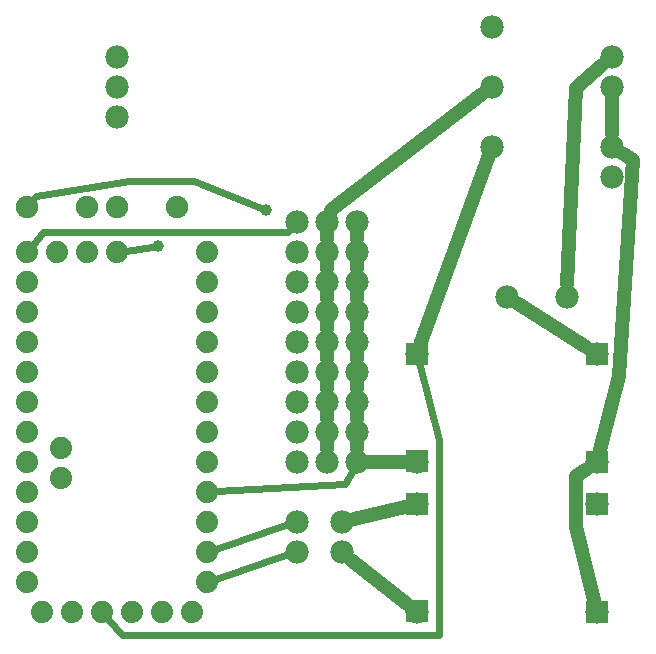
<source format=gbl>
G04 MADE WITH FRITZING*
G04 WWW.FRITZING.ORG*
G04 DOUBLE SIDED*
G04 HOLES PLATED*
G04 CONTOUR ON CENTER OF CONTOUR VECTOR*
%ASAXBY*%
%FSLAX23Y23*%
%MOIN*%
%OFA0B0*%
%SFA1.0B1.0*%
%ADD10C,0.078000*%
%ADD11C,0.074000*%
%ADD12C,0.075000*%
%ADD13C,0.039370*%
%ADD14R,0.077630X0.077806*%
%ADD15C,0.048000*%
%ADD16C,0.024000*%
%LNCOPPER0*%
G90*
G70*
G54D10*
X1027Y1431D03*
X1127Y1431D03*
X1227Y1431D03*
X1027Y1331D03*
X1127Y1331D03*
X1227Y1331D03*
X1027Y1231D03*
X1127Y1231D03*
X1227Y1231D03*
X1027Y1131D03*
X1127Y1131D03*
X1227Y1131D03*
X1027Y1031D03*
X1127Y1031D03*
X1227Y1031D03*
X1027Y931D03*
X1127Y931D03*
X1227Y931D03*
X1027Y831D03*
X1127Y831D03*
X1227Y831D03*
X1027Y731D03*
X1127Y731D03*
X1227Y731D03*
X1027Y631D03*
X1127Y631D03*
X1227Y631D03*
G54D11*
X677Y131D03*
X577Y131D03*
X477Y131D03*
X377Y131D03*
X277Y131D03*
X177Y131D03*
X242Y676D03*
X242Y576D03*
X327Y1331D03*
X227Y1331D03*
X127Y231D03*
X127Y331D03*
X127Y431D03*
X127Y531D03*
X127Y631D03*
X127Y731D03*
X127Y831D03*
X127Y931D03*
X127Y1031D03*
X127Y1131D03*
X127Y1231D03*
X127Y1331D03*
X727Y1331D03*
X727Y1231D03*
X727Y1131D03*
X727Y1031D03*
X727Y931D03*
X727Y831D03*
X727Y731D03*
X727Y631D03*
X727Y531D03*
X727Y431D03*
X727Y331D03*
X727Y231D03*
X427Y1331D03*
G54D10*
X2027Y131D03*
X2027Y491D03*
X1427Y491D03*
X1427Y131D03*
X2027Y631D03*
X2027Y991D03*
X1427Y991D03*
X1427Y631D03*
X1677Y2081D03*
X1677Y1881D03*
X1677Y1681D03*
X427Y1981D03*
X427Y1881D03*
X427Y1781D03*
X2077Y1881D03*
X2077Y1981D03*
X1927Y1181D03*
X1727Y1181D03*
X2077Y1681D03*
X2077Y1581D03*
G54D12*
X127Y1481D03*
X327Y1481D03*
X427Y1481D03*
X627Y1481D03*
G54D13*
X564Y1350D03*
X924Y1470D03*
G54D10*
X1027Y331D03*
X1027Y331D03*
X1027Y431D03*
X1177Y431D03*
X1177Y431D03*
X1177Y331D03*
G54D14*
X1427Y491D03*
X1427Y132D03*
X2027Y131D03*
X2027Y491D03*
X1427Y991D03*
X1427Y632D03*
X2027Y631D03*
X2027Y991D03*
G54D15*
X1127Y772D02*
X1127Y790D01*
D02*
X1127Y690D02*
X1127Y672D01*
D02*
X1227Y1190D02*
X1227Y1172D01*
D02*
X1217Y441D02*
X1387Y481D01*
D02*
X1209Y305D02*
X1394Y157D01*
G54D16*
D02*
X998Y322D02*
X756Y241D01*
G54D15*
D02*
X2045Y1954D02*
X1956Y1878D01*
D02*
X1956Y1878D02*
X1928Y1222D01*
G54D16*
D02*
X998Y422D02*
X756Y341D01*
D02*
X146Y1355D02*
X180Y1398D01*
D02*
X180Y1398D02*
X996Y1398D01*
D02*
X996Y1398D02*
X1006Y1409D01*
G54D15*
D02*
X1127Y890D02*
X1127Y872D01*
D02*
X1127Y990D02*
X1127Y972D01*
D02*
X1127Y1090D02*
X1127Y1072D01*
D02*
X1127Y1190D02*
X1127Y1172D01*
D02*
X1127Y1290D02*
X1127Y1272D01*
D02*
X1127Y1390D02*
X1127Y1372D01*
D02*
X1644Y1856D02*
X1140Y1470D01*
D02*
X1140Y1470D02*
X1140Y1470D01*
D02*
X2077Y1840D02*
X2077Y1722D01*
D02*
X2037Y671D02*
X2100Y918D01*
D02*
X2100Y918D02*
X2148Y1638D01*
D02*
X2148Y1638D02*
X2112Y1660D01*
D02*
X2017Y171D02*
X1956Y414D01*
D02*
X1956Y414D02*
X1956Y582D01*
D02*
X1956Y582D02*
X1993Y607D01*
D02*
X1227Y690D02*
X1227Y672D01*
D02*
X1227Y790D02*
X1227Y772D01*
D02*
X1227Y890D02*
X1227Y872D01*
D02*
X1227Y990D02*
X1227Y972D01*
D02*
X1227Y1090D02*
X1227Y1072D01*
D02*
X1227Y1290D02*
X1227Y1272D01*
D02*
X1227Y1390D02*
X1227Y1372D01*
D02*
X1385Y631D02*
X1268Y631D01*
G54D16*
D02*
X758Y533D02*
X1188Y558D01*
D02*
X1188Y558D02*
X1213Y604D01*
D02*
X545Y1347D02*
X457Y1335D01*
G54D15*
D02*
X1761Y1159D02*
X1992Y1013D01*
G54D16*
D02*
X145Y1503D02*
X156Y1518D01*
D02*
X156Y1518D02*
X468Y1566D01*
D02*
X468Y1566D02*
X684Y1566D01*
D02*
X684Y1566D02*
X907Y1477D01*
G54D15*
D02*
X1663Y1642D02*
X1441Y1030D01*
G54D16*
D02*
X397Y108D02*
X444Y54D01*
D02*
X444Y54D02*
X1500Y54D01*
D02*
X1500Y54D02*
X1500Y702D01*
D02*
X1500Y702D02*
X1434Y962D01*
G04 End of Copper0*
M02*
</source>
